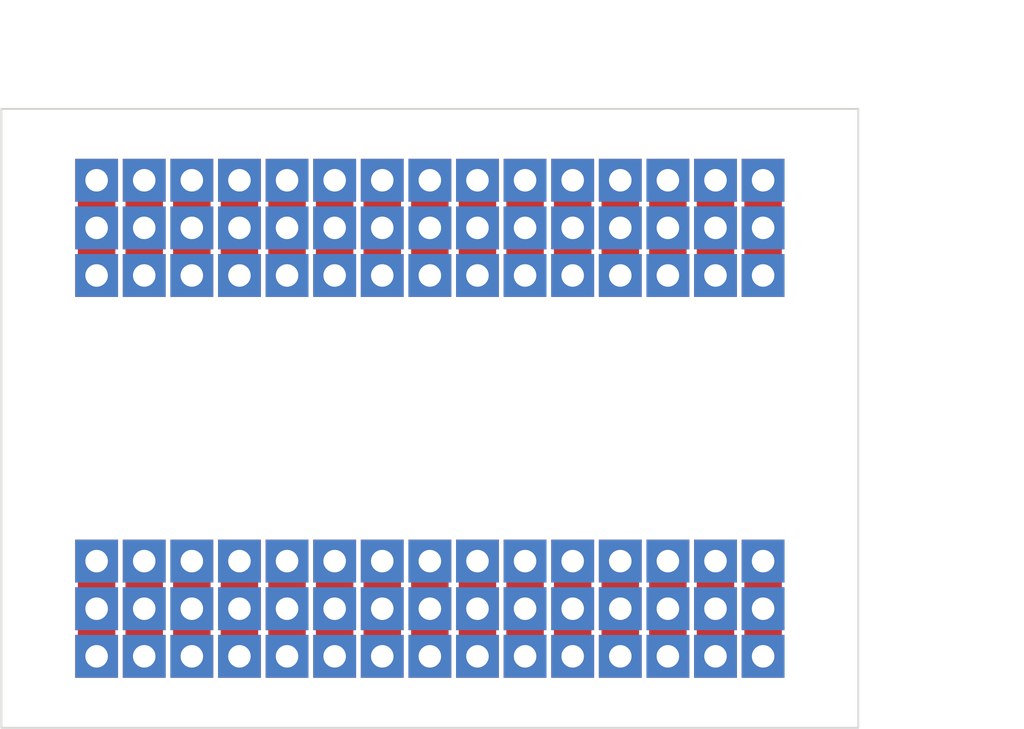
<source format=kicad_pcb>
(kicad_pcb (version 20211014) (generator pcbnew)
  (layers (0 "F.Cu" signal) (31 "B.Cu" signal) (34 "B.Paste" user) (35 "F.Paste" user) (36 "B.SilkS" user "B.Silkscreen") (37 "F.SilkS" user "F.Silkscreen") (38 "B.Mask" user) (39 "F.Mask" user) (44 "Edge.Cuts" user))
  (net 0 "")
  (net 1 "Net-(U1-Pad1)")
  (net 2 "Net-(U1-Pad2)")
  (net 3 "Net-(U1-Pad3)")
  (net 4 "Net-(U1-Pad4)")
  (net 5 "Net-(U1-Pad5)")
  (net 6 "Net-(U1-Pad6)")
  (net 7 "Net-(U1-Pad7)")
  (net 8 "Net-(U1-Pad8)")
  (net 9 "Net-(U1-Pad9)")
  (net 10 "Net-(U1-Pad10)")
  (net 11 "Net-(U1-Pad11)")
  (net 12 "Net-(U1-Pad12)")
  (net 13 "Net-(U1-Pad13)")
  (net 14 "Net-(U1-Pad14)")
  (net 15 "Net-(U1-Pad15)")
  (net 16 "Net-(U4-Pad1)")
  (net 17 "Net-(U4-Pad2)")
  (net 18 "Net-(U4-Pad3)")
  (net 19 "Net-(U4-Pad4)")
  (net 20 "Net-(U4-Pad5)")
  (net 21 "Net-(U4-Pad6)")
  (net 22 "Net-(U4-Pad7)")
  (net 23 "Net-(U4-Pad8)")
  (net 24 "Net-(U4-Pad9)")
  (net 25 "Net-(U4-Pad10)")
  (net 26 "Net-(U4-Pad11)")
  (net 27 "Net-(U4-Pad12)")
  (net 28 "Net-(U4-Pad13)")
  (net 29 "Net-(U4-Pad14)")
  (net 30 "Net-(U4-Pad15)")
  (footprint "IRTouch:15POS_INTERFACE" (layer "F.Cu") (at 81.28 73.66)
    (fp_text reference "U3" hide)
    (fp_text value "15POS_INTERFACE" hide)
    (pad "1" thru_hole rect (at 0 0) (size 2.286 2.286) (drill 1.2) (layers *.Mask "F.Cu" "In1.Cu" "B.Cu") (net 1 "Net-(U1-Pad1)"))
    (pad "2" thru_hole rect (at 2.54 0) (size 2.286 2.286) (drill 1.2) (layers *.Mask "F.Cu" "In1.Cu" "B.Cu") (net 2 "Net-(U1-Pad2)"))
    (pad "3" thru_hole rect (at 5.08 0) (size 2.286 2.286) (drill 1.2) (layers *.Mask "F.Cu" "In1.Cu" "B.Cu") (net 3 "Net-(U1-Pad3)"))
    (pad "4" thru_hole rect (at 7.62 0) (size 2.286 2.286) (drill 1.2) (layers *.Mask "F.Cu" "In1.Cu" "B.Cu") (net 4 "Net-(U1-Pad4)"))
    (pad "5" thru_hole rect (at 10.16 0) (size 2.286 2.286) (drill 1.2) (layers *.Mask "F.Cu" "In1.Cu" "B.Cu") (net 5 "Net-(U1-Pad5)"))
    (pad "6" thru_hole rect (at 12.7 0) (size 2.286 2.286) (drill 1.2) (layers *.Mask "F.Cu" "In1.Cu" "B.Cu") (net 6 "Net-(U1-Pad6)"))
    (pad "7" thru_hole rect (at 15.24 0) (size 2.286 2.286) (drill 1.2) (layers *.Mask "F.Cu" "In1.Cu" "B.Cu") (net 7 "Net-(U1-Pad7)"))
    (pad "8" thru_hole rect (at 17.78 0) (size 2.286 2.286) (drill 1.2) (layers *.Mask "F.Cu" "In1.Cu" "B.Cu") (net 8 "Net-(U1-Pad8)"))
    (pad "9" thru_hole rect (at 20.32 0) (size 2.286 2.286) (drill 1.2) (layers *.Mask "F.Cu" "In1.Cu" "B.Cu") (net 9 "Net-(U1-Pad9)"))
    (pad "10" thru_hole rect (at 22.86 0) (size 2.286 2.286) (drill 1.2) (layers *.Cu *.Mask) (net 10 "Net-(U1-Pad10)"))
    (pad "11" thru_hole rect (at 25.4 0) (size 2.286 2.286) (drill 1.2) (layers *.Cu *.Mask) (net 11 "Net-(U1-Pad11)"))
    (pad "12" thru_hole rect (at 27.94 0) (size 2.286 2.286) (drill 1.2) (layers *.Cu *.Mask) (net 12 "Net-(U1-Pad12)"))
    (pad "13" thru_hole rect (at 30.48 0) (size 2.286 2.286) (drill 1.2) (layers *.Cu *.Mask) (net 13 "Net-(U1-Pad13)"))
    (pad "14" thru_hole rect (at 33.02 0) (size 2.286 2.286) (drill 1.2) (layers *.Cu *.Mask) (net 14 "Net-(U1-Pad14)"))
    (pad "15" thru_hole rect (at 35.56 0) (size 2.286 2.286) (drill 1.2) (layers *.Cu *.Mask) (net 15 "Net-(U1-Pad15)"))
  )
  (footprint "IRTouch:15POS_INTERFACE" (layer "F.Cu") (at 81.28 55.88)
    (fp_text reference "U5" hide)
    (fp_text value "15POS_INTERFACE" hide)
    (pad "1" thru_hole rect (at 0 0) (size 2.286 2.286) (drill 1.2) (layers *.Mask "F.Cu" "In1.Cu" "B.Cu") (net 16 "Net-(U4-Pad1)"))
    (pad "2" thru_hole rect (at 2.54 0) (size 2.286 2.286) (drill 1.2) (layers *.Mask "F.Cu" "In1.Cu" "B.Cu") (net 17 "Net-(U4-Pad2)"))
    (pad "3" thru_hole rect (at 5.08 0) (size 2.286 2.286) (drill 1.2) (layers *.Mask "F.Cu" "In1.Cu" "B.Cu") (net 18 "Net-(U4-Pad3)"))
    (pad "4" thru_hole rect (at 7.62 0) (size 2.286 2.286) (drill 1.2) (layers *.Mask "F.Cu" "In1.Cu" "B.Cu") (net 19 "Net-(U4-Pad4)"))
    (pad "5" thru_hole rect (at 10.16 0) (size 2.286 2.286) (drill 1.2) (layers *.Mask "F.Cu" "In1.Cu" "B.Cu") (net 20 "Net-(U4-Pad5)"))
    (pad "6" thru_hole rect (at 12.7 0) (size 2.286 2.286) (drill 1.2) (layers *.Mask "F.Cu" "In1.Cu" "B.Cu") (net 21 "Net-(U4-Pad6)"))
    (pad "7" thru_hole rect (at 15.24 0) (size 2.286 2.286) (drill 1.2) (layers *.Mask "F.Cu" "In1.Cu" "B.Cu") (net 22 "Net-(U4-Pad7)"))
    (pad "8" thru_hole rect (at 17.78 0) (size 2.286 2.286) (drill 1.2) (layers *.Mask "F.Cu" "In1.Cu" "B.Cu") (net 23 "Net-(U4-Pad8)"))
    (pad "9" thru_hole rect (at 20.32 0) (size 2.286 2.286) (drill 1.2) (layers *.Mask "F.Cu" "In1.Cu" "B.Cu") (net 24 "Net-(U4-Pad9)"))
    (pad "10" thru_hole rect (at 22.86 0) (size 2.286 2.286) (drill 1.2) (layers *.Cu *.Mask) (net 25 "Net-(U4-Pad10)"))
    (pad "11" thru_hole rect (at 25.4 0) (size 2.286 2.286) (drill 1.2) (layers *.Cu *.Mask) (net 26 "Net-(U4-Pad11)"))
    (pad "12" thru_hole rect (at 27.94 0) (size 2.286 2.286) (drill 1.2) (layers *.Cu *.Mask) (net 27 "Net-(U4-Pad12)"))
    (pad "13" thru_hole rect (at 30.48 0) (size 2.286 2.286) (drill 1.2) (layers *.Cu *.Mask) (net 28 "Net-(U4-Pad13)"))
    (pad "14" thru_hole rect (at 33.02 0) (size 2.286 2.286) (drill 1.2) (layers *.Cu *.Mask) (net 29 "Net-(U4-Pad14)"))
    (pad "15" thru_hole rect (at 35.56 0) (size 2.286 2.286) (drill 1.2) (layers *.Cu *.Mask) (net 30 "Net-(U4-Pad15)"))
  )
  (footprint "IRTouch:15POS_INTERFACE" (layer "F.Cu") (at 81.28 78.74)
    (fp_text reference "U1" hide)
    (fp_text value "15POS_INTERFACE" hide)
    (pad "1" thru_hole rect (at 0 0) (size 2.286 2.286) (drill 1.2) (layers *.Mask "F.Cu" "In1.Cu" "B.Cu") (net 1 "Net-(U1-Pad1)"))
    (pad "2" thru_hole rect (at 2.54 0) (size 2.286 2.286) (drill 1.2) (layers *.Mask "F.Cu" "In1.Cu" "B.Cu") (net 2 "Net-(U1-Pad2)"))
    (pad "3" thru_hole rect (at 5.08 0) (size 2.286 2.286) (drill 1.2) (layers *.Mask "F.Cu" "In1.Cu" "B.Cu") (net 3 "Net-(U1-Pad3)"))
    (pad "4" thru_hole rect (at 7.62 0) (size 2.286 2.286) (drill 1.2) (layers *.Mask "F.Cu" "In1.Cu" "B.Cu") (net 4 "Net-(U1-Pad4)"))
    (pad "5" thru_hole rect (at 10.16 0) (size 2.286 2.286) (drill 1.2) (layers *.Mask "F.Cu" "In1.Cu" "B.Cu") (net 5 "Net-(U1-Pad5)"))
    (pad "6" thru_hole rect (at 12.7 0) (size 2.286 2.286) (drill 1.2) (layers *.Mask "F.Cu" "In1.Cu" "B.Cu") (net 6 "Net-(U1-Pad6)"))
    (pad "7" thru_hole rect (at 15.24 0) (size 2.286 2.286) (drill 1.2) (layers *.Mask "F.Cu" "In1.Cu" "B.Cu") (net 7 "Net-(U1-Pad7)"))
    (pad "8" thru_hole rect (at 17.78 0) (size 2.286 2.286) (drill 1.2) (layers *.Mask "F.Cu" "In1.Cu" "B.Cu") (net 8 "Net-(U1-Pad8)"))
    (pad "9" thru_hole rect (at 20.32 0) (size 2.286 2.286) (drill 1.2) (layers *.Mask "F.Cu" "In1.Cu" "B.Cu") (net 9 "Net-(U1-Pad9)"))
    (pad "10" thru_hole rect (at 22.86 0) (size 2.286 2.286) (drill 1.2) (layers *.Cu *.Mask) (net 10 "Net-(U1-Pad10)"))
    (pad "11" thru_hole rect (at 25.4 0) (size 2.286 2.286) (drill 1.2) (layers *.Cu *.Mask) (net 11 "Net-(U1-Pad11)"))
    (pad "12" thru_hole rect (at 27.94 0) (size 2.286 2.286) (drill 1.2) (layers *.Cu *.Mask) (net 12 "Net-(U1-Pad12)"))
    (pad "13" thru_hole rect (at 30.48 0) (size 2.286 2.286) (drill 1.2) (layers *.Cu *.Mask) (net 13 "Net-(U1-Pad13)"))
    (pad "14" thru_hole rect (at 33.02 0) (size 2.286 2.286) (drill 1.2) (layers *.Cu *.Mask) (net 14 "Net-(U1-Pad14)"))
    (pad "15" thru_hole rect (at 35.56 0) (size 2.286 2.286) (drill 1.2) (layers *.Cu *.Mask) (net 15 "Net-(U1-Pad15)"))
  )
  (footprint "IRTouch:HOLE_M2" (layer "F.Cu") (at 81.28 66.04)
    (fp_text reference "REF**" hide)
    (fp_text value "HOLE_M2" hide)
    (pad "" np_thru_hole circle (at 0 0) (size 1.5 1.5) (drill 2.1) (layers F&B.Cu *.Mask))
  )
  (footprint "" (layer "F.Cu") (at 116.84 66.04)
    (fp_text reference "" (at 0 0) (layer "F.SilkS") (effects (font (size 1.27 1.27))))
    (fp_text value "" (at 0 0) (layer "F.SilkS") (effects (font (size 1.27 1.27))))
    (pad "" np_thru_hole circle (at 0 0) (size 1.5 1.5) (drill 2.1) (layers F&B.Cu *.Mask))
  )
  (footprint "IRTouch:15POS_INTERFACE" (layer "F.Cu") (at 81.28 58.42)
    (fp_text reference "U4" hide)
    (fp_text value "15POS_INTERFACE" hide)
    (pad "1" thru_hole rect (at 0 0) (size 2.286 2.286) (drill 1.2) (layers *.Mask "F.Cu" "In1.Cu" "B.Cu") (net 16 "Net-(U4-Pad1)"))
    (pad "2" thru_hole rect (at 2.54 0) (size 2.286 2.286) (drill 1.2) (layers *.Mask "F.Cu" "In1.Cu" "B.Cu") (net 17 "Net-(U4-Pad2)"))
    (pad "3" thru_hole rect (at 5.08 0) (size 2.286 2.286) (drill 1.2) (layers *.Mask "F.Cu" "In1.Cu" "B.Cu") (net 18 "Net-(U4-Pad3)"))
    (pad "4" thru_hole rect (at 7.62 0) (size 2.286 2.286) (drill 1.2) (layers *.Mask "F.Cu" "In1.Cu" "B.Cu") (net 19 "Net-(U4-Pad4)"))
    (pad "5" thru_hole rect (at 10.16 0) (size 2.286 2.286) (drill 1.2) (layers *.Mask "F.Cu" "In1.Cu" "B.Cu") (net 20 "Net-(U4-Pad5)"))
    (pad "6" thru_hole rect (at 12.7 0) (size 2.286 2.286) (drill 1.2) (layers *.Mask "F.Cu" "In1.Cu" "B.Cu") (net 21 "Net-(U4-Pad6)"))
    (pad "7" thru_hole rect (at 15.24 0) (size 2.286 2.286) (drill 1.2) (layers *.Mask "F.Cu" "In1.Cu" "B.Cu") (net 22 "Net-(U4-Pad7)"))
    (pad "8" thru_hole rect (at 17.78 0) (size 2.286 2.286) (drill 1.2) (layers *.Mask "F.Cu" "In1.Cu" "B.Cu") (net 23 "Net-(U4-Pad8)"))
    (pad "9" thru_hole rect (at 20.32 0) (size 2.286 2.286) (drill 1.2) (layers *.Mask "F.Cu" "In1.Cu" "B.Cu") (net 24 "Net-(U4-Pad9)"))
    (pad "10" thru_hole rect (at 22.86 0) (size 2.286 2.286) (drill 1.2) (layers *.Cu *.Mask) (net 25 "Net-(U4-Pad10)"))
    (pad "11" thru_hole rect (at 25.4 0) (size 2.286 2.286) (drill 1.2) (layers *.Cu *.Mask) (net 26 "Net-(U4-Pad11)"))
    (pad "12" thru_hole rect (at 27.94 0) (size 2.286 2.286) (drill 1.2) (layers *.Cu *.Mask) (net 27 "Net-(U4-Pad12)"))
    (pad "13" thru_hole rect (at 30.48 0) (size 2.286 2.286) (drill 1.2) (layers *.Cu *.Mask) (net 28 "Net-(U4-Pad13)"))
    (pad "14" thru_hole rect (at 33.02 0) (size 2.286 2.286) (drill 1.2) (layers *.Cu *.Mask) (net 29 "Net-(U4-Pad14)"))
    (pad "15" thru_hole rect (at 35.56 0) (size 2.286 2.286) (drill 1.2) (layers *.Cu *.Mask) (net 30 "Net-(U4-Pad15)"))
  )
  (footprint "IRTouch:15POS_INTERFACE" (layer "F.Cu") (at 81.28 53.34)
    (fp_text reference "U6" hide)
    (fp_text value "15POS_INTERFACE" hide)
    (pad "1" thru_hole rect (at 0 0) (size 2.286 2.286) (drill 1.2) (layers *.Mask "F.Cu" "In1.Cu" "B.Cu") (net 16 "Net-(U4-Pad1)"))
    (pad "2" thru_hole rect (at 2.54 0) (size 2.286 2.286) (drill 1.2) (layers *.Mask "F.Cu" "In1.Cu" "B.Cu") (net 17 "Net-(U4-Pad2)"))
    (pad "3" thru_hole rect (at 5.08 0) (size 2.286 2.286) (drill 1.2) (layers *.Mask "F.Cu" "In1.Cu" "B.Cu") (net 18 "Net-(U4-Pad3)"))
    (pad "4" thru_hole rect (at 7.62 0) (size 2.286 2.286) (drill 1.2) (layers *.Mask "F.Cu" "In1.Cu" "B.Cu") (net 19 "Net-(U4-Pad4)"))
    (pad "5" thru_hole rect (at 10.16 0) (size 2.286 2.286) (drill 1.2) (layers *.Mask "F.Cu" "In1.Cu" "B.Cu") (net 20 "Net-(U4-Pad5)"))
    (pad "6" thru_hole rect (at 12.7 0) (size 2.286 2.286) (drill 1.2) (layers *.Mask "F.Cu" "In1.Cu" "B.Cu") (net 21 "Net-(U4-Pad6)"))
    (pad "7" thru_hole rect (at 15.24 0) (size 2.286 2.286) (drill 1.2) (layers *.Mask "F.Cu" "In1.Cu" "B.Cu") (net 22 "Net-(U4-Pad7)"))
    (pad "8" thru_hole rect (at 17.78 0) (size 2.286 2.286) (drill 1.2) (layers *.Mask "F.Cu" "In1.Cu" "B.Cu") (net 23 "Net-(U4-Pad8)"))
    (pad "9" thru_hole rect (at 20.32 0) (size 2.286 2.286) (drill 1.2) (layers *.Mask "F.Cu" "In1.Cu" "B.Cu") (net 24 "Net-(U4-Pad9)"))
    (pad "10" thru_hole rect (at 22.86 0) (size 2.286 2.286) (drill 1.2) (layers *.Cu *.Mask) (net 25 "Net-(U4-Pad10)"))
    (pad "11" thru_hole rect (at 25.4 0) (size 2.286 2.286) (drill 1.2) (layers *.Cu *.Mask) (net 26 "Net-(U4-Pad11)"))
    (pad "12" thru_hole rect (at 27.94 0) (size 2.286 2.286) (drill 1.2) (layers *.Cu *.Mask) (net 27 "Net-(U4-Pad12)"))
    (pad "13" thru_hole rect (at 30.48 0) (size 2.286 2.286) (drill 1.2) (layers *.Cu *.Mask) (net 28 "Net-(U4-Pad13)"))
    (pad "14" thru_hole rect (at 33.02 0) (size 2.286 2.286) (drill 1.2) (layers *.Cu *.Mask) (net 29 "Net-(U4-Pad14)"))
    (pad "15" thru_hole rect (at 35.56 0) (size 2.286 2.286) (drill 1.2) (layers *.Cu *.Mask) (net 30 "Net-(U4-Pad15)"))
  )
  (footprint "IRTouch:15POS_INTERFACE" (layer "F.Cu") (at 81.28 76.2)
    (fp_text reference "U2" hide)
    (fp_text value "15POS_INTERFACE" hide)
    (pad "1" thru_hole rect (at 0 0) (size 2.286 2.286) (drill 1.2) (layers *.Mask "F.Cu" "In1.Cu" "B.Cu") (net 1 "Net-(U1-Pad1)"))
    (pad "2" thru_hole rect (at 2.54 0) (size 2.286 2.286) (drill 1.2) (layers *.Mask "F.Cu" "In1.Cu" "B.Cu") (net 2 "Net-(U1-Pad2)"))
    (pad "3" thru_hole rect (at 5.08 0) (size 2.286 2.286) (drill 1.2) (layers *.Mask "F.Cu" "In1.Cu" "B.Cu") (net 3 "Net-(U1-Pad3)"))
    (pad "4" thru_hole rect (at 7.62 0) (size 2.286 2.286) (drill 1.2) (layers *.Mask "F.Cu" "In1.Cu" "B.Cu") (net 4 "Net-(U1-Pad4)"))
    (pad "5" thru_hole rect (at 10.16 0) (size 2.286 2.286) (drill 1.2) (layers *.Mask "F.Cu" "In1.Cu" "B.Cu") (net 5 "Net-(U1-Pad5)"))
    (pad "6" thru_hole rect (at 12.7 0) (size 2.286 2.286) (drill 1.2) (layers *.Mask "F.Cu" "In1.Cu" "B.Cu") (net 6 "Net-(U1-Pad6)"))
    (pad "7" thru_hole rect (at 15.24 0) (size 2.286 2.286) (drill 1.2) (layers *.Mask "F.Cu" "In1.Cu" "B.Cu") (net 7 "Net-(U1-Pad7)"))
    (pad "8" thru_hole rect (at 17.78 0) (size 2.286 2.286) (drill 1.2) (layers *.Mask "F.Cu" "In1.Cu" "B.Cu") (net 8 "Net-(U1-Pad8)"))
    (pad "9" thru_hole rect (at 20.32 0) (size 2.286 2.286) (drill 1.2) (layers *.Mask "F.Cu" "In1.Cu" "B.Cu") (net 9 "Net-(U1-Pad9)"))
    (pad "10" thru_hole rect (at 22.86 0) (size 2.286 2.286) (drill 1.2) (layers *.Cu *.Mask) (net 10 "Net-(U1-Pad10)"))
    (pad "11" thru_hole rect (at 25.4 0) (size 2.286 2.286) (drill 1.2) (layers *.Cu *.Mask) (net 11 "Net-(U1-Pad11)"))
    (pad "12" thru_hole rect (at 27.94 0) (size 2.286 2.286) (drill 1.2) (layers *.Cu *.Mask) (net 12 "Net-(U1-Pad12)"))
    (pad "13" thru_hole rect (at 30.48 0) (size 2.286 2.286) (drill 1.2) (layers *.Cu *.Mask) (net 13 "Net-(U1-Pad13)"))
    (pad "14" thru_hole rect (at 33.02 0) (size 2.286 2.286) (drill 1.2) (layers *.Cu *.Mask) (net 14 "Net-(U1-Pad14)"))
    (pad "15" thru_hole rect (at 35.56 0) (size 2.286 2.286) (drill 1.2) (layers *.Cu *.Mask) (net 15 "Net-(U1-Pad15)"))
  )
  (gr_rect (start 76.2 49.53) (end 121.92 82.55) (layer "Edge.Cuts") (width 0.1) (fill none))
  (segment (start 81.28 73.66) (end 81.28 76.2) (width 2) (layer "F.Cu") (net 1))
  (segment (start 81.28 78.74) (end 81.28 76.2) (width 2) (layer "F.Cu") (net 1))
  (segment (start 83.82 76.2) (end 83.82 78.74) (width 2) (layer "F.Cu") (net 2))
  (segment (start 83.82 76.2) (end 83.82 73.66) (width 2) (layer "F.Cu") (net 2))
  (segment (start 86.36 78.74) (end 86.36 76.2) (width 2) (layer "F.Cu") (net 3))
  (segment (start 86.36 73.66) (end 86.36 76.2) (width 2) (layer "F.Cu") (net 3))
  (segment (start 88.9 78.74) (end 88.9 76.2) (width 2) (layer "F.Cu") (net 4))
  (segment (start 88.9 76.2) (end 88.9 73.66) (width 2) (layer "F.Cu") (net 4))
  (segment (start 91.44 73.66) (end 91.44 76.2) (width 2) (layer "F.Cu") (net 5))
  (segment (start 91.44 76.2) (end 91.44 78.74) (width 2) (layer "F.Cu") (net 5))
  (segment (start 93.98 76.2) (end 93.98 73.66) (width 2) (layer "F.Cu") (net 6))
  (segment (start 93.98 78.74) (end 93.98 76.2) (width 2) (layer "F.Cu") (net 6))
  (segment (start 96.52 76.2) (end 96.52 78.74) (width 2) (layer "F.Cu") (net 7))
  (segment (start 96.52 73.66) (end 96.52 76.2) (width 2) (layer "F.Cu") (net 7))
  (segment (start 99.06 78.74) (end 99.06 76.2) (width 2) (layer "F.Cu") (net 8))
  (segment (start 99.06 76.2) (end 99.06 73.66) (width 2) (layer "F.Cu") (net 8))
  (segment (start 101.6 76.2) (end 101.6 78.74) (width 2) (layer "F.Cu") (net 9))
  (segment (start 101.6 73.66) (end 101.6 76.2) (width 2) (layer "F.Cu") (net 9))
  (segment (start 104.14 78.74) (end 104.14 76.2) (width 2) (layer "F.Cu") (net 10))
  (segment (start 104.14 76.2) (end 104.14 73.66) (width 2) (layer "F.Cu") (net 10))
  (segment (start 106.68 76.2) (end 106.68 78.74) (width 2) (layer "F.Cu") (net 11))
  (segment (start 106.68 73.66) (end 106.68 76.2) (width 2) (layer "F.Cu") (net 11))
  (segment (start 109.22 76.2) (end 109.22 73.66) (width 2) (layer "F.Cu") (net 12))
  (segment (start 109.22 78.74) (end 109.22 76.2) (width 2) (layer "F.Cu") (net 12))
  (segment (start 111.76 78.74) (end 111.76 76.2) (width 2) (layer "F.Cu") (net 13))
  (segment (start 111.76 73.66) (end 111.76 76.2) (width 2) (layer "F.Cu") (net 13))
  (segment (start 114.3 76.2) (end 114.3 73.66) (width 2) (layer "F.Cu") (net 14))
  (segment (start 114.3 78.74) (end 114.3 76.2) (width 2) (layer "F.Cu") (net 14))
  (segment (start 116.84 73.66) (end 116.84 76.2) (width 2) (layer "F.Cu") (net 15))
  (segment (start 116.84 78.74) (end 116.84 76.2) (width 2) (layer "F.Cu") (net 15))
  (segment (start 81.28 53.34) (end 81.28 55.88) (width 2) (layer "F.Cu") (net 16))
  (segment (start 81.28 55.88) (end 81.28 58.42) (width 2) (layer "F.Cu") (net 16))
  (segment (start 83.82 53.34) (end 83.82 55.88) (width 2) (layer "F.Cu") (net 17))
  (segment (start 83.82 55.88) (end 83.82 58.42) (width 2) (layer "F.Cu") (net 17))
  (segment (start 86.36 53.34) (end 86.36 55.88) (width 2) (layer "F.Cu") (net 18))
  (segment (start 86.36 55.88) (end 86.36 58.42) (width 2) (layer "F.Cu") (net 18))
  (segment (start 88.9 55.88) (end 88.9 53.34) (width 2) (layer "F.Cu") (net 19))
  (segment (start 88.9 58.42) (end 88.9 55.88) (width 2) (layer "F.Cu") (net 19))
  (segment (start 91.44 55.88) (end 91.44 58.42) (width 2) (layer "F.Cu") (net 20))
  (segment (start 91.44 53.34) (end 91.44 55.88) (width 2) (layer "F.Cu") (net 20))
  (segment (start 93.98 55.88) (end 93.98 53.34) (width 2) (layer "F.Cu") (net 21))
  (segment (start 93.98 58.42) (end 93.98 55.88) (width 2) (layer "F.Cu") (net 21))
  (segment (start 96.52 55.88) (end 96.52 58.42) (width 2) (layer "F.Cu") (net 22))
  (segment (start 96.52 53.34) (end 96.52 55.88) (width 2) (layer "F.Cu") (net 22))
  (segment (start 99.06 58.42) (end 99.06 55.88) (width 2) (layer "F.Cu") (net 23))
  (segment (start 99.06 55.88) (end 99.06 53.34) (width 2) (layer "F.Cu") (net 23))
  (segment (start 101.6 55.88) (end 101.6 58.42) (width 2) (layer "F.Cu") (net 24))
  (segment (start 101.6 53.34) (end 101.6 55.88) (width 2) (layer "F.Cu") (net 24))
  (segment (start 104.14 58.42) (end 104.14 55.88) (width 2) (layer "F.Cu") (net 25))
  (segment (start 104.14 55.88) (end 104.14 53.34) (width 2) (layer "F.Cu") (net 25))
  (segment (start 106.68 58.42) (end 106.68 55.88) (width 2) (layer "F.Cu") (net 26))
  (segment (start 106.68 53.34) (end 106.68 55.88) (width 2) (layer "F.Cu") (net 26))
  (segment (start 109.22 55.88) (end 109.22 53.34) (width 2) (layer "F.Cu") (net 27))
  (segment (start 109.22 58.42) (end 109.22 55.88) (width 2) (layer "F.Cu") (net 27))
  (segment (start 111.76 53.34) (end 111.76 55.88) (width 2) (layer "F.Cu") (net 28))
  (segment (start 111.76 55.88) (end 111.76 58.42) (width 2) (layer "F.Cu") (net 28))
  (segment (start 114.3 58.42) (end 114.3 55.88) (width 2) (layer "F.Cu") (net 29))
  (segment (start 114.3 55.88) (end 114.3 53.34) (width 2) (layer "F.Cu") (net 29))
  (segment (start 116.84 55.88) (end 116.84 58.42) (width 2) (layer "F.Cu") (net 30))
  (segment (start 116.84 53.34) (end 116.84 55.88) (width 2) (layer "F.Cu") (net 30))
)
</source>
